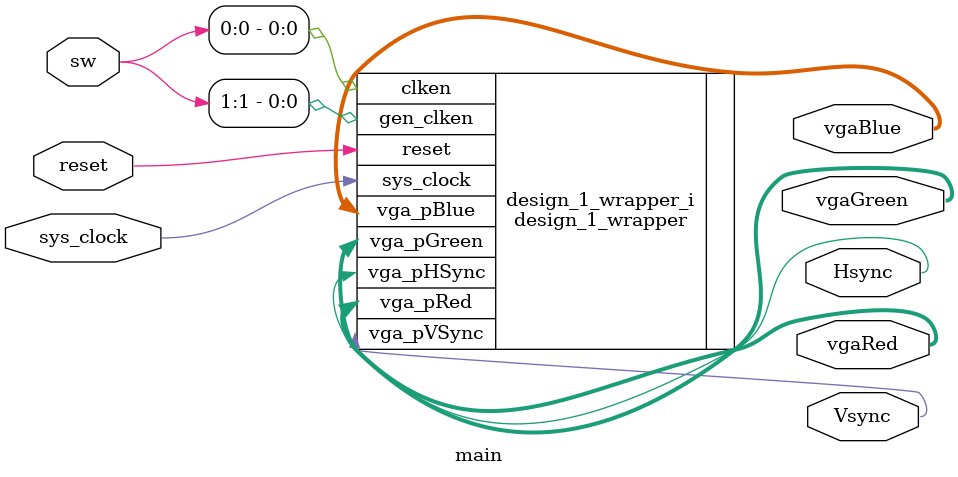
<source format=v>
`timescale 1ns / 1ps


module main (
    input wire reset,
    input wire sys_clock,
    input wire [1:0] sw,
    output wire [3:0] vgaBlue, vgaGreen, vgaRed,
    output wire Hsync,
    output wire Vsync
    );
    
  design_1_wrapper design_1_wrapper_i
         (.reset(reset),
          .sys_clock(sys_clock),
            .clken(sw[0]),
            .gen_clken(sw[1]),
          
          .vga_pRed(vgaRed),
          .vga_pBlue(vgaBlue),
          .vga_pGreen(vgaGreen),
          .vga_pHSync(Hsync),
          .vga_pVSync(Vsync)
   );
    

endmodule

</source>
